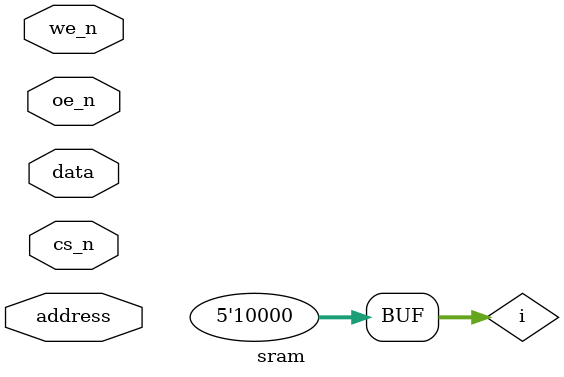
<source format=v>
/* sram model */

module  sram
    (data, address, cs_n, oe_n, we_n);
    parameter
        word_size = 8,
        address_size = 4,
        mem_size = 1 << address_size,
        access_time = 0;
    input
        cs_n,
        oe_n,
        we_n;
    input[address_size - 1:0]
        address;
    input[word_size - 1:0]
        data;
    reg[word_size - 1:0]
        mem [0:mem_size - 1];
    wire [word_size - 1:0] #access_time
        data = (~cs_n && ~oe_n && we_n) ? mem[address] : 'bz;
    always
       @(cs_n or we_n or address or data)
        if (~cs_n && ~we_n)
           mem[address] = data;


	// Fill memory with all ones
	reg [address_size:0]
		i ;

	initial
		begin
		for (i = 0; i < mem_size; i = i + 1)
			mem [i] = -1 ;
		end

endmodule



</source>
